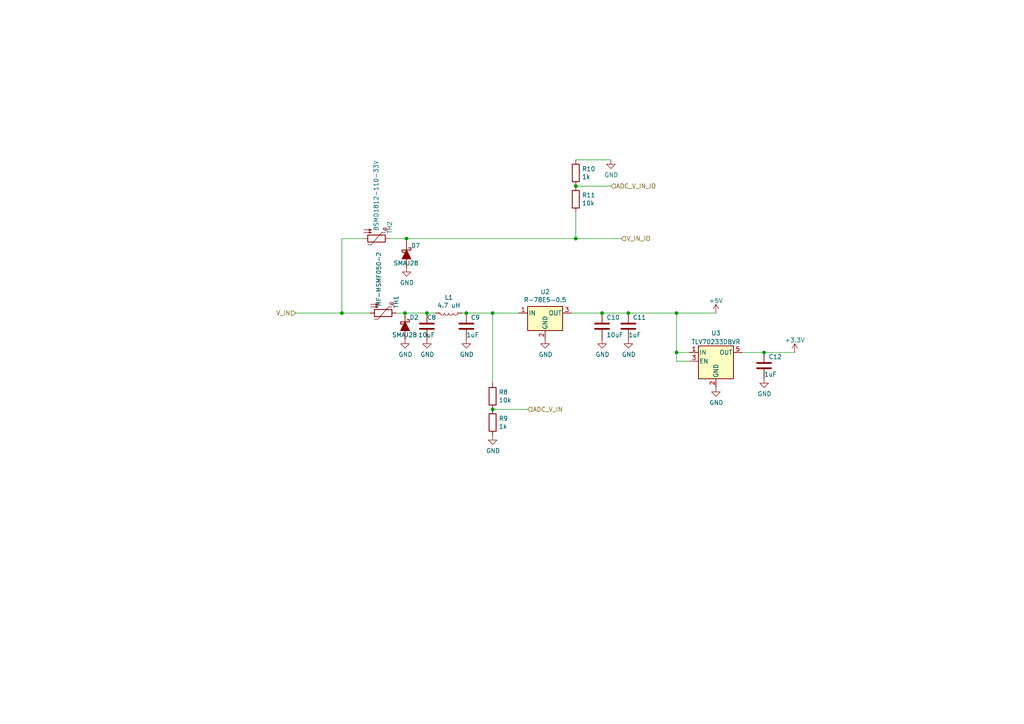
<source format=kicad_sch>
(kicad_sch (version 20231120) (generator "eeschema") (generator_version "8.0")
  (paper "A4")
  (lib_symbols
    (symbol "Device:C" (pin_numbers hide) (pin_names (offset 0.254))
      (property "Reference" "C" (at 0.635 2.54 0))
      (property "Value" "C" (at 0.635 -2.54 0))
      (symbol "C_0_1"
        (polyline (pts (xy -2.032 -0.762) (xy 2.032 -0.762)) (stroke (width 0.508)))
        (polyline (pts (xy -2.032 0.762) (xy 2.032 0.762)) (stroke (width 0.508)))
      )
      (symbol "C_1_1"
        (pin passive line (at 0 3.81 270) (length 2.794) (name "~") (number "1"))
        (pin passive line (at 0 -3.81 90) (length 2.794) (name "~") (number "2"))
      )
    )
    (symbol "Device:D_Schottky_ALT" (pin_numbers hide) (pin_names (offset 1.016) hide)
      (property "Reference" "D" (at 0 2.54 0))
      (property "Value" "Device_D_Schottky_ALT" (at 0 -2.54 0))
      (symbol "D_Schottky_ALT_0_1"
        (polyline (pts (xy 1.27 0) (xy -1.27 0)))
        (polyline (pts (xy 1.27 1.27) (xy 1.27 -1.27) (xy -1.27 0) (xy 1.27 1.27)) (stroke (width 0.254)) (fill (type outline)))
        (polyline (pts (xy -1.905 0.635) (xy -1.905 1.27) (xy -1.27 1.27) (xy -1.27 -1.27) (xy -0.635 -1.27) (xy -0.635 -0.635)) (stroke (width 0.254)))
      )
      (symbol "D_Schottky_ALT_1_1"
        (pin passive line (at -3.81 0 0) (length 2.54) (name "K") (number "1"))
        (pin passive line (at 3.81 0 180) (length 2.54) (name "A") (number "2"))
      )
    )
    (symbol "Device:L" (pin_numbers hide) (pin_names (offset 1.016) hide)
      (property "Reference" "L" (at -1.27 0 90))
      (property "Value" "L" (at 1.905 0 90))
      (symbol "L_0_1"
        (arc (start 0 -2.54) (mid 0.6323 -1.905) (end 0 -1.27))
        (arc (start 0 -1.27) (mid 0.6323 -0.635) (end 0 0))
        (arc (start 0 0) (mid 0.6323 0.635) (end 0 1.27))
        (arc (start 0 1.27) (mid 0.6323 1.905) (end 0 2.54))
      )
      (symbol "L_1_1"
        (pin passive line (at 0 3.81 270) (length 1.27) (name "1") (number "1"))
        (pin passive line (at 0 -3.81 90) (length 1.27) (name "2") (number "2"))
      )
    )
    (symbol "Device:R" (pin_numbers hide) (pin_names (offset 0))
      (property "Reference" "R" (at 2.032 0 90))
      (property "Value" "R" (at 0 0 90))
      (symbol "R_0_1"
        (rectangle (start -1.016 -2.54) (end 1.016 2.54) (stroke (width 0.254)))
      )
      (symbol "R_1_1"
        (pin passive line (at 0 3.81 270) (length 1.27) (name "~") (number "1"))
        (pin passive line (at 0 -3.81 90) (length 1.27) (name "~") (number "2"))
      )
    )
    (symbol "Device:Thermistor_PTC" (pin_numbers hide) (pin_names (offset 0))
      (property "Reference" "TH" (at -4.064 0 90))
      (property "Value" "Thermistor_PTC" (at 3.048 0 90))
      (symbol "Thermistor_PTC_0_1"
        (arc (start -3.048 2.159) (mid -3.0505 2.3165) (end -3.175 2.413))
        (arc (start -3.048 2.159) (mid -2.9736 1.9794) (end -2.794 1.905))
        (arc (start -3.048 2.794) (mid -2.9736 2.6144) (end -2.794 2.54))
        (arc (start -2.794 1.905) (mid -2.6144 1.9794) (end -2.54 2.159))
        (arc (start -2.794 2.54) (mid -2.434 2.5608) (end -2.159 2.794))
        (arc (start -2.794 3.048) (mid -2.9736 2.9736) (end -3.048 2.794))
        (arc (start -2.54 2.794) (mid -2.6144 2.9736) (end -2.794 3.048))
        (rectangle (start -1.016 2.54) (end 1.016 -2.54) (stroke (width 0.254)))
        (polyline (pts (xy -2.54 2.159) (xy -2.54 2.794)))
        (polyline (pts (xy -1.778 2.54) (xy -1.778 1.524) (xy 1.778 -1.524) (xy 1.778 -2.54)))
        (polyline (pts (xy -2.54 -3.683) (xy -2.54 -1.397) (xy -2.794 -2.159) (xy -2.286 -2.159) (xy -2.54 -1.397) (xy -2.54 -1.651)) (fill (type outline)))
        (polyline (pts (xy -1.778 -3.683) (xy -1.778 -1.397) (xy -2.032 -2.159) (xy -1.524 -2.159) (xy -1.778 -1.397) (xy -1.778 -1.651)) (fill (type outline)))
      )
      (symbol "Thermistor_PTC_1_1"
        (pin passive line (at 0 3.81 270) (length 1.27) (name "~") (number "1"))
        (pin passive line (at 0 -3.81 90) (length 1.27) (name "~") (number "2"))
      )
    )
    (symbol "Regulator_Linear:TLV70230_SOT23-5" (pin_names (offset 0.254))
      (property "Reference" "U" (at -3.81 5.715 0))
      (property "Value" "TLV70230_SOT23-5" (at 0 5.715 0))
      (symbol "TLV70230_SOT23-5_0_1"
        (rectangle (start -5.08 4.445) (end 5.08 -5.08) (stroke (width 0.254)) (fill (type background)))
      )
      (symbol "TLV70230_SOT23-5_1_1"
        (pin power_in line (at -7.62 2.54 0) (length 2.54) (name "IN") (number "1"))
        (pin power_in line (at 0 -7.62 90) (length 2.54) (name "GND") (number "2"))
        (pin input line (at -7.62 0 0) (length 2.54) (name "EN") (number "3"))
        (pin no_connect line (at 5.08 0 180) (length 2.54) hide (name "NC") (number "4"))
        (pin power_out line (at 7.62 2.54 180) (length 2.54) (name "OUT") (number "5"))
      )
    )
    (symbol "Regulator_Switching:R-783.3-0.5" (pin_names (offset 0.254))
      (property "Reference" "U" (at -3.81 3.175 0))
      (property "Value" "R-783.3-0.5" (at 0 3.175 0))
      (symbol "R-783.3-0.5_0_1"
        (rectangle (start -5.08 1.905) (end 5.08 -5.08) (stroke (width 0.254)) (fill (type background)))
      )
      (symbol "R-783.3-0.5_1_1"
        (pin power_in line (at -7.62 0 0) (length 2.54) (name "IN") (number "1"))
        (pin power_in line (at 0 -7.62 90) (length 2.54) (name "GND") (number "2"))
        (pin power_out line (at 7.62 0 180) (length 2.54) (name "OUT") (number "3"))
      )
    )
    (symbol "power:+3.3V" (power) (pin_names (offset 0))
      (property "Value" "+3.3V" (at 0 3.556 0))
      (symbol "+3.3V_0_1"
        (polyline (pts (xy -0.762 1.27) (xy 0 2.54)))
        (polyline (pts (xy 0 0) (xy 0 2.54)))
        (polyline (pts (xy 0 2.54) (xy 0.762 1.27)))
      )
      (symbol "+3.3V_1_1"
        (pin power_in line (at 0 0 90) (length 0) hide (name "+3.3V") (number "1"))
      )
    )
    (symbol "power:+5V" (power) (pin_names (offset 0))
      (property "Value" "+5V" (at 0 3.556 0))
      (symbol "+5V_0_1"
        (polyline (pts (xy -0.762 1.27) (xy 0 2.54)))
        (polyline (pts (xy 0 0) (xy 0 2.54)))
        (polyline (pts (xy 0 2.54) (xy 0.762 1.27)))
      )
      (symbol "+5V_1_1"
        (pin power_in line (at 0 0 90) (length 0) hide (name "+5V") (number "1"))
      )
    )
    (symbol "power:GND" (power) (pin_names (offset 0))
      (property "Value" "GND" (at 0 -3.81 0))
      (symbol "GND_0_1"
        (polyline (pts (xy 0 0) (xy 0 -1.27) (xy 1.27 -1.27) (xy 0 -2.54) (xy -1.27 -1.27) (xy 0 -1.27)))
      )
      (symbol "GND_1_1"
        (pin power_in line (at 0 0 270) (length 0) hide (name "GND") (number "1"))
      )
    )
  )
  (junction (at 117.9 69.2))
  (junction (at 135.255 90.805))
  (junction (at 221.615 102.235))
  (junction (at 196.215 102.235))
  (junction (at 117.475 90.805))
  (junction (at 142.875 118.745))
  (junction (at 167.005 53.975))
  (junction (at 196.215 90.805))
  (junction (at 167.005 69.2))
  (junction (at 123.825 90.805))
  (junction (at 182.245 90.805))
  (junction (at 99.1569 90.805))
  (junction (at 142.875 90.805))
  (junction (at 174.625 90.805))
  (wire (pts (xy 142.875 90.805) (xy 142.875 111.125)))
  (wire (pts (xy 142.875 118.745) (xy 153.035 118.745)))
  (wire (pts (xy 196.215 104.775) (xy 196.215 102.235)))
  (wire (pts (xy 117.9 69.2) (xy 167.005 69.2)))
  (wire (pts (xy 167.005 53.975) (xy 177.165 53.975)))
  (wire (pts (xy 99.1569 90.805) (xy 107.315 90.805)))
  (wire (pts (xy 167.005 69.2) (xy 167.005 61.595)))
  (wire (pts (xy 200.025 104.775) (xy 196.215 104.775)))
  (wire (pts (xy 180.2 69.2) (xy 167.005 69.2)))
  (wire (pts (xy 182.245 90.805) (xy 196.215 90.805)))
  (wire (pts (xy 135.255 90.805) (xy 133.985 90.805)))
  (wire (pts (xy 221.615 102.235) (xy 230.505 102.235)))
  (wire (pts (xy 165.735 90.805) (xy 174.625 90.805)))
  (wire (pts (xy 117.9 69.99) (xy 117.9 69.2)))
  (wire (pts (xy 174.625 90.805) (xy 182.245 90.805)))
  (wire (pts (xy 196.215 90.805) (xy 207.645 90.805)))
  (wire (pts (xy 135.255 90.805) (xy 142.875 90.805)))
  (wire (pts (xy 117.475 90.805) (xy 123.825 90.805)))
  (wire (pts (xy 196.215 102.235) (xy 196.215 90.805)))
  (wire (pts (xy 114.935 90.805) (xy 117.475 90.805)))
  (wire (pts (xy 99.1569 69.2) (xy 99.1569 90.805)))
  (wire (pts (xy 142.875 90.805) (xy 150.495 90.805)))
  (wire (pts (xy 113.01 69.2) (xy 117.9 69.2)))
  (wire (pts (xy 200.025 102.235) (xy 196.215 102.235)))
  (wire (pts (xy 167.005 46.355) (xy 177.165 46.355)))
  (wire (pts (xy 215.265 102.235) (xy 221.615 102.235)))
  (wire (pts (xy 105.39 69.2) (xy 99.1569 69.2)))
  (wire (pts (xy 85.725 90.805) (xy 99.1569 90.805)))
  (wire (pts (xy 123.825 90.805) (xy 126.365 90.805)))
  (hierarchical_label "ADC_V_IN_IO" (shape input) (at 177.165 53.975 0))
  (hierarchical_label "V_IN_IO" (shape input) (at 180.2 69.2 0))
  (hierarchical_label "ADC_V_IN" (shape input) (at 153.035 118.745 0))
  (hierarchical_label "V_IN" (shape input) (at 85.725 90.805 180))
  (symbol (lib_id "Device:Thermistor_PTC") (at 109.2 69.2 270) (unit 1)
    (property "Reference" "TH2" (at 113.01 64.12 0) (effects (justify left)))
    (property "Value" "BSMD1812-110-33V" (at 109.1 46.5 0) (effects (justify left)))
    (property "Footprint" "Fuse:Fuse_1812_4532Metric_Pad1.30x3.40mm_HandSolder" (effects (hide yes)))
  )
  (symbol (lib_id "power:GND") (at 174.625 98.425 0) (unit 1)
    (property "Reference" "#PWR025" (effects (hide yes)))
    (property "Value" "GND" (at 174.752 102.8192 0))
  )
  (symbol (lib_id "power:GND") (at 177.165 46.355 0) (unit 1)
    (property "Reference" "#PWR026" (effects (hide yes)))
    (property "Value" "GND" (at 177.292 50.7492 0))
  )
  (symbol (lib_id "Device:R") (at 142.875 114.935 0) (unit 1)
    (property "Reference" "R8" (at 144.653 113.7666 0) (effects (justify left)))
    (property "Value" "10k" (at 144.653 116.078 0) (effects (justify left)))
    (property "Footprint" "Resistor_SMD:R_0805_2012Metric" (effects (hide yes)))
  )
  (symbol (lib_id "Regulator_Linear:TLV70230_SOT23-5") (at 207.645 104.775 0) (unit 1)
    (property "Reference" "U3" (at 207.645 96.6302 0))
    (property "Value" "TLV70233DBVR" (at 207.645 99.1671 0))
    (property "Footprint" "Package_TO_SOT_SMD:SOT-23-5" (effects (hide yes)))
    (property "Datasheet" "http://www.ti.com/lit/ds/symlink/tlv702.pdf" (effects (hide yes)))
  )
  (symbol (lib_id "power:GND") (at 182.245 98.425 0) (unit 1)
    (property "Reference" "#PWR027" (effects (hide yes)))
    (property "Value" "GND" (at 182.372 102.8192 0))
  )
  (symbol (lib_id "power:GND") (at 207.645 112.395 0) (unit 1)
    (property "Reference" "#PWR029" (effects (hide yes)))
    (property "Value" "GND" (at 207.772 116.7892 0))
  )
  (symbol (lib_id "Device:R") (at 167.005 57.785 180) (unit 1)
    (property "Reference" "R11" (at 168.783 56.6166 0) (effects (justify right)))
    (property "Value" "10k" (at 168.783 58.928 0) (effects (justify right)))
    (property "Footprint" "Resistor_SMD:R_0805_2012Metric" (effects (hide yes)))
  )
  (symbol (lib_id "Device:D_Schottky_ALT") (at 117.475 94.615 270) (unit 1)
    (property "Reference" "D2" (at 118.745 92.075 90) (effects (justify left)))
    (property "Value" "SMAJ28" (at 113.665 97.155 90) (effects (justify left)))
    (property "Footprint" "Diode_SMD:D_SMA" (effects (hide yes)))
  )
  (symbol (lib_id "Device:C") (at 221.615 106.045 0) (unit 1)
    (property "Reference" "C12" (at 222.885 103.505 0) (effects (justify left)))
    (property "Value" "1uF" (at 221.615 108.585 0) (effects (justify left)))
    (property "Footprint" "Capacitor_SMD:C_0805_2012Metric" (effects (hide yes)))
  )
  (symbol (lib_id "Device:C") (at 123.825 94.615 0) (unit 1)
    (property "Reference" "C8" (at 123.825 92.075 0) (effects (justify left)))
    (property "Value" "10uF" (at 121.285 97.155 0) (effects (justify left)))
    (property "Footprint" "Capacitor_SMD:C_1210_3225Metric" (effects (hide yes)))
  )
  (symbol (lib_id "power:GND") (at 221.615 109.855 0) (unit 1)
    (property "Reference" "#PWR030" (effects (hide yes)))
    (property "Value" "GND" (at 221.742 114.2492 0))
  )
  (symbol (lib_id "power:+5V") (at 207.645 90.805 0) (unit 1)
    (property "Reference" "#PWR028" (effects (hide yes)))
    (property "Value" "+5V" (at 207.645 87.2292 0))
  )
  (symbol (lib_id "power:GND") (at 158.115 98.425 0) (unit 1)
    (property "Reference" "#PWR024" (effects (hide yes)))
    (property "Value" "GND" (at 158.242 102.8192 0))
  )
  (symbol (lib_id "Regulator_Switching:R-783.3-0.5") (at 158.115 90.805 0) (unit 1)
    (property "Reference" "U2" (at 158.115 84.6582 0))
    (property "Value" "R-78E5-0.5" (at 158.115 86.9696 0))
    (property "Footprint" "Converter_DCDC:Converter_DCDC_RECOM_R-78E-0.5_THT" (effects (hide yes)))
    (property "Datasheet" "https://www.recom-power.com/pdf/Innoline/R-78xx-0.5.pdf" (effects (hide yes)))
  )
  (symbol (lib_id "Device:R") (at 142.875 122.555 0) (unit 1)
    (property "Reference" "R9" (at 144.653 121.3866 0) (effects (justify left)))
    (property "Value" "1k" (at 144.653 123.698 0) (effects (justify left)))
    (property "Footprint" "Resistor_SMD:R_0805_2012Metric" (effects (hide yes)))
  )
  (symbol (lib_id "power:+3.3V") (at 230.505 102.235 0) (unit 1)
    (property "Reference" "#PWR031" (effects (hide yes)))
    (property "Value" "+3.3V" (at 230.505 98.6592 0))
  )
  (symbol (lib_id "Device:R") (at 167.005 50.165 0) (unit 1)
    (property "Reference" "R10" (at 168.783 48.9966 0) (effects (justify left)))
    (property "Value" "1k" (at 168.783 51.308 0) (effects (justify left)))
    (property "Footprint" "Resistor_SMD:R_0805_2012Metric" (effects (hide yes)))
  )
  (symbol (lib_id "Device:Thermistor_PTC") (at 111.125 90.805 270) (unit 1)
    (property "Reference" "TH1" (at 114.935 85.725 0) (effects (justify left)))
    (property "Value" "MF-MSMF050-2" (at 109.855 73.025 0) (effects (justify left)))
    (property "Footprint" "Fuse:Fuse_1812_4532Metric_Pad1.30x3.40mm_HandSolder" (effects (hide yes)))
  )
  (symbol (lib_id "power:GND") (at 117.9 77.61 0) (unit 1)
    (property "Reference" "#PWR064" (effects (hide yes)))
    (property "Value" "GND" (at 118.027 82.0042 0))
  )
  (symbol (lib_id "power:GND") (at 142.875 126.365 0) (unit 1)
    (property "Reference" "#PWR023" (effects (hide yes)))
    (property "Value" "GND" (at 143.002 130.7592 0))
  )
  (symbol (lib_id "Device:C") (at 174.625 94.615 0) (unit 1)
    (property "Reference" "C10" (at 175.895 92.075 0) (effects (justify left)))
    (property "Value" "10uF" (at 175.895 97.155 0) (effects (justify left)))
    (property "Footprint" "Capacitor_SMD:C_1210_3225Metric" (effects (hide yes)))
  )
  (symbol (lib_id "Device:C") (at 135.255 94.615 0) (unit 1)
    (property "Reference" "C9" (at 136.525 92.075 0) (effects (justify left)))
    (property "Value" "1uF" (at 135.255 97.155 0) (effects (justify left)))
    (property "Footprint" "Capacitor_SMD:C_0805_2012Metric" (effects (hide yes)))
  )
  (symbol (lib_id "Device:L") (at 130.175 90.805 270) (unit 1)
    (property "Reference" "L1" (at 130.175 86.2838 90))
    (property "Value" "4.7 uH" (at 130.175 88.5952 90))
    (property "Footprint" "Inductor_SMD:L_0805_2012Metric" (effects (hide yes)))
    (property "Description" " MLP2012V4R7MT0S1" (effects (hide yes)))
  )
  (symbol (lib_id "Device:D_Schottky_ALT") (at 117.9 73.8 270) (unit 1)
    (property "Reference" "D7" (at 119.17 71.26 90) (effects (justify left)))
    (property "Value" "SMAJ28" (at 114.09 76.34 90) (effects (justify left)))
    (property "Footprint" "Diode_SMD:D_SMA" (effects (hide yes)))
  )
  (symbol (lib_id "power:GND") (at 117.475 98.425 0) (unit 1)
    (property "Reference" "#PWR020" (effects (hide yes)))
    (property "Value" "GND" (at 117.602 102.8192 0))
  )
  (symbol (lib_id "power:GND") (at 135.255 98.425 0) (unit 1)
    (property "Reference" "#PWR022" (effects (hide yes)))
    (property "Value" "GND" (at 135.382 102.8192 0))
  )
  (symbol (lib_id "Device:C") (at 182.245 94.615 0) (unit 1)
    (property "Reference" "C11" (at 183.515 92.075 0) (effects (justify left)))
    (property "Value" "1uF" (at 182.245 97.155 0) (effects (justify left)))
    (property "Footprint" "Capacitor_SMD:C_0805_2012Metric" (effects (hide yes)))
  )
  (symbol (lib_id "power:GND") (at 123.825 98.425 0) (unit 1)
    (property "Reference" "#PWR021" (effects (hide yes)))
    (property "Value" "GND" (at 123.952 102.8192 0))
  )
)
</source>
